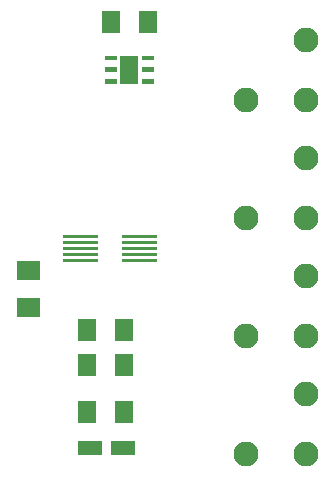
<source format=gtp>
G04 MADE WITH FRITZING*
G04 WWW.FRITZING.ORG*
G04 DOUBLE SIDED*
G04 HOLES PLATED*
G04 CONTOUR ON CENTER OF CONTOUR VECTOR*
%ASAXBY*%
%FSLAX23Y23*%
%MOIN*%
%OFA0B0*%
%SFA1.0B1.0*%
%ADD10C,0.083071*%
%ADD11R,0.062992X0.074803*%
%ADD12R,0.078740X0.047244*%
%ADD13R,0.001000X0.001000*%
%LNPASTEMASK1*%
G90*
G70*
G54D10*
X2222Y359D03*
X2422Y359D03*
X2422Y559D03*
X2222Y359D03*
X2422Y359D03*
X2422Y559D03*
X2222Y753D03*
X2422Y753D03*
X2422Y953D03*
X2222Y753D03*
X2422Y753D03*
X2422Y953D03*
X2222Y1540D03*
X2422Y1540D03*
X2422Y1740D03*
X2222Y1540D03*
X2422Y1540D03*
X2422Y1740D03*
X2222Y1147D03*
X2422Y1147D03*
X2422Y1347D03*
X2222Y1147D03*
X2422Y1147D03*
X2422Y1347D03*
G54D11*
X1771Y1798D03*
X1893Y1798D03*
X1692Y499D03*
X1814Y499D03*
G54D12*
X1700Y380D03*
X1810Y380D03*
G54D11*
X1692Y774D03*
X1814Y774D03*
X1692Y656D03*
X1814Y656D03*
G36*
X1533Y939D02*
X1458Y939D01*
X1458Y1002D01*
X1533Y1002D01*
X1533Y939D01*
G37*
D02*
G36*
X1533Y817D02*
X1458Y817D01*
X1458Y880D01*
X1533Y880D01*
X1533Y817D01*
G37*
D02*
G36*
X1791Y1672D02*
X1751Y1672D01*
X1751Y1687D01*
X1791Y1687D01*
X1791Y1672D01*
G37*
D02*
G36*
X1791Y1632D02*
X1751Y1632D01*
X1751Y1648D01*
X1791Y1648D01*
X1791Y1632D01*
G37*
D02*
G36*
X1791Y1593D02*
X1751Y1593D01*
X1751Y1609D01*
X1791Y1609D01*
X1791Y1593D01*
G37*
D02*
G36*
X1913Y1594D02*
X1873Y1594D01*
X1873Y1610D01*
X1913Y1610D01*
X1913Y1594D01*
G37*
D02*
G36*
X1913Y1632D02*
X1873Y1632D01*
X1873Y1648D01*
X1913Y1648D01*
X1913Y1632D01*
G37*
D02*
G36*
X1913Y1672D02*
X1873Y1672D01*
X1873Y1687D01*
X1913Y1687D01*
X1913Y1672D01*
G37*
D02*
G36*
X1862Y1593D02*
X1802Y1593D01*
X1802Y1687D01*
X1862Y1687D01*
X1862Y1593D01*
G37*
D02*
G36*
X1806Y1011D02*
X1924Y1011D01*
X1924Y1001D01*
X1806Y1001D01*
X1806Y1011D01*
G37*
D02*
G36*
X1806Y1031D02*
X1924Y1031D01*
X1924Y1021D01*
X1806Y1021D01*
X1806Y1031D01*
G37*
D02*
G36*
X1806Y1051D02*
X1924Y1051D01*
X1924Y1041D01*
X1806Y1041D01*
X1806Y1051D01*
G37*
D02*
G36*
X1806Y1070D02*
X1924Y1070D01*
X1924Y1061D01*
X1806Y1061D01*
X1806Y1070D01*
G37*
D02*
G36*
X1806Y1090D02*
X1924Y1090D01*
X1924Y1080D01*
X1806Y1080D01*
X1806Y1090D01*
G37*
D02*
G36*
X1610Y1090D02*
X1728Y1090D01*
X1728Y1080D01*
X1610Y1080D01*
X1610Y1090D01*
G37*
D02*
G36*
X1610Y1070D02*
X1728Y1070D01*
X1728Y1061D01*
X1610Y1061D01*
X1610Y1070D01*
G37*
D02*
G36*
X1610Y1051D02*
X1728Y1051D01*
X1728Y1041D01*
X1610Y1041D01*
X1610Y1051D01*
G37*
D02*
G36*
X1610Y1031D02*
X1728Y1031D01*
X1728Y1021D01*
X1610Y1021D01*
X1610Y1031D01*
G37*
D02*
G36*
X1610Y1011D02*
X1728Y1011D01*
X1728Y1001D01*
X1610Y1001D01*
X1610Y1011D01*
G37*
D02*
G54D13*
D02*
G04 End of PasteMask1*
M02*
</source>
